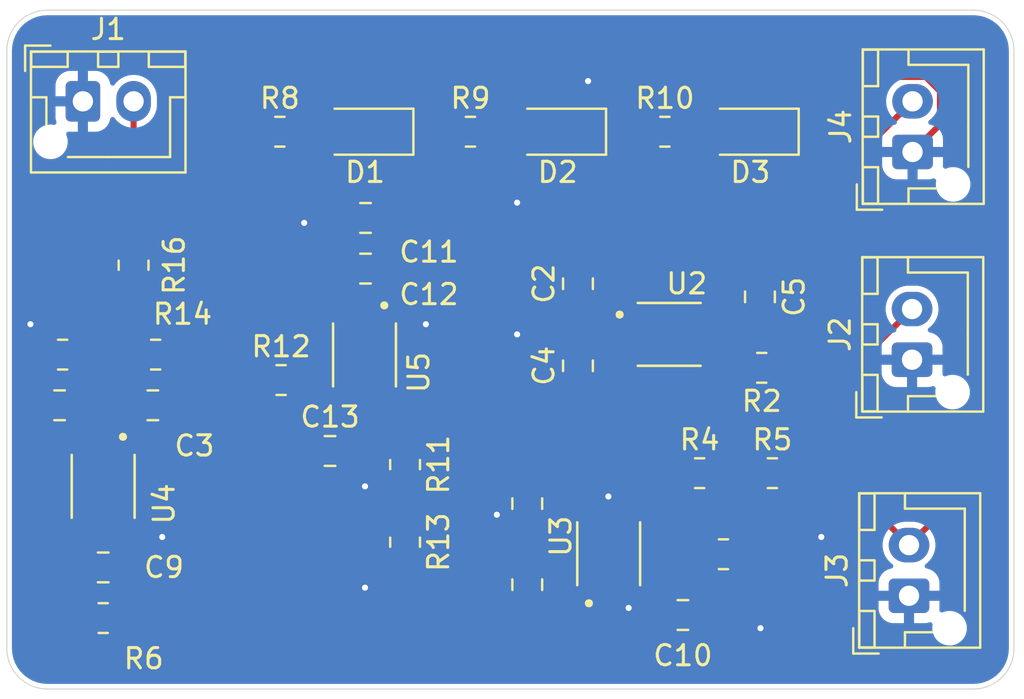
<source format=kicad_pcb>
(kicad_pcb (version 20241229) (generator "pcbnew") (generator_version "9.0")
  (layers (0 "F.Cu" mixed) (2 "B.Cu" mixed) (13 "F.Paste" user) (15 "B.Paste" user) (5 "F.SilkS" user "F.Silkscreen") (7 "B.SilkS" user "B.Silkscreen") (1 "F.Mask" user) (3 "B.Mask" user) (25 "Edge.Cuts" user))
  (net 0 "")
  (net 1 "GND")
  (net 2 "/INP")
  (net 3 "/inp")
  (net 4 "Net-(U2-TIMEOUT)")
  (net 5 "/5v")
  (net 6 "Net-(U3-TIMEOUT)")
  (net 7 "/1.8v")
  (net 8 "Net-(U4-TIMEOUT)")
  (net 9 "/3.3v")
  (net 10 "Net-(D1-A)")
  (net 11 "Net-(D2-A)")
  (net 12 "Net-(D3-A)")
  (net 13 "Net-(U2-~{RST})")
  (net 14 "Net-(U3-~{RST})")
  (net 15 "Net-(U3-SET0V)")
  (net 16 "Net-(U4-~{RST})")
  (net 17 "Net-(U4-ENABLE)")
  (net 18 "Net-(U5-TIMEOUT)")
  (net 19 "Net-(U5-SET0V)")
  (net 20 "Net-(U5-~{RST})")
  (net 21 "Vsense")
  (footprint "Resistor_SMD:R_0805_2012Metric" (layer "F.Cu") (at 108.0625 120.15 180)
    (property "Reference" "R2" (at 0 -1.65 0) (layer "F.SilkS"))
    (property "Value" "10k")
    (pad "1" smd roundrect (at -0.9125 0 180) (size 1.025 1.4) (layers "F.Cu" "F.Mask" "F.Paste") (roundrect_rratio 0.243902) (net 9 "/3.3v"))
    (pad "2" smd roundrect (at 0.9125 0 180) (size 1.025 1.4) (layers "F.Cu" "F.Mask" "F.Paste") (roundrect_rratio 0.243902) (net 13 "Net-(U2-~{RST})"))
  )
  (footprint "LED_SMD:LED_1206_3216Metric" (layer "F.Cu") (at 98.1 108.5 180)
    (property "Reference" "D2" (at 0.1 -2 0) (layer "F.SilkS"))
    (property "Value" "LED")
    (pad "1" smd roundrect (at -1.4 0 180) (size 1.25 1.75) (layers "F.Cu" "F.Mask" "F.Paste") (roundrect_rratio 0.2) (net 1 "GND"))
    (pad "2" smd roundrect (at 1.4 0 180) (size 1.25 1.75) (layers "F.Cu" "F.Mask" "F.Paste") (roundrect_rratio 0.2) (net 11 "Net-(D2-A)"))
  )
  (footprint "Resistor_SMD:R_0805_2012Metric" (layer "F.Cu") (at 84.3625 120.755)
    (property "Reference" "R12" (at 0 -1.65 0) (layer "F.SilkS"))
    (property "Value" "10k")
    (pad "1" smd roundrect (at -0.9125 0) (size 1.025 1.4) (layers "F.Cu" "F.Mask" "F.Paste") (roundrect_rratio 0.243902) (net 3 "/inp"))
    (pad "2" smd roundrect (at 0.9125 0) (size 1.025 1.4) (layers "F.Cu" "F.Mask" "F.Paste") (roundrect_rratio 0.243902) (net 20 "Net-(U5-~{RST})"))
  )
  (footprint "Capacitor_SMD:C_0805_2012Metric" (layer "F.Cu") (at 99 116 90)
    (property "Reference" "C2" (at 0 -1.68 90) (layer "F.SilkS"))
    (property "Value" "1uF")
    (pad "1" smd roundrect (at -0.95 0 90) (size 1 1.45) (layers "F.Cu" "F.Mask" "F.Paste") (net 3 "/inp"))
    (pad "2" smd roundrect (at 0.95 0 90) (size 1 1.45) (layers "F.Cu" "F.Mask" "F.Paste") (net 1 "GND"))
  )
  (footprint "Capacitor_SMD:C_0805_2012Metric" (layer "F.Cu") (at 99 120.05 90)
    (property "Reference" "C4" (at 0 -1.68 90) (layer "F.SilkS"))
    (property "Value" "1nF")
    (pad "1" smd roundrect (at -0.95 0 90) (size 1 1.45) (layers "F.Cu" "F.Mask" "F.Paste") (net 4 "Net-(U2-TIMEOUT)"))
    (pad "2" smd roundrect (at 0.95 0 90) (size 1 1.45) (layers "F.Cu" "F.Mask" "F.Paste") (net 1 "GND"))
  )
  (footprint "Resistor_SMD:R_0805_2012Metric" (layer "F.Cu") (at 90.475 128.755 -90)
    (property "Reference" "R13" (at 0 -1.65 90) (layer "F.SilkS"))
    (property "Value" "10k")
    (pad "1" smd roundrect (at -0.9125 0 270) (size 1.025 1.4) (layers "F.Cu" "F.Mask" "F.Paste") (roundrect_rratio 0.243902) (net 19 "Net-(U5-SET0V)"))
    (pad "2" smd roundrect (at 0.9125 0 270) (size 1.025 1.4) (layers "F.Cu" "F.Mask" "F.Paste") (roundrect_rratio 0.243902) (net 1 "GND"))
  )
  (footprint "Capacitor_SMD:C_0805_2012Metric" (layer "F.Cu") (at 75.5875 130)
    (property "Reference" "C9" (at 3 0 0) (layer "F.SilkS"))
    (property "Value" "4.7uF")
    (pad "1" smd roundrect (at -0.95 0) (size 1 1.45) (layers "F.Cu" "F.Mask" "F.Paste") (net 5 "/5v"))
    (pad "2" smd roundrect (at 0.95 0) (size 1 1.45) (layers "F.Cu" "F.Mask" "F.Paste") (net 1 "GND"))
  )
  (footprint "Resistor_SMD:R_0805_2012Metric" (layer "F.Cu") (at 78.175 119.5 180)
    (property "Reference" "R14" (at -1.325 2 0) (layer "F.SilkS"))
    (property "Value" "50k")
    (pad "1" smd roundrect (at -0.9125 0 180) (size 1.025 1.4) (layers "F.Cu" "F.Mask" "F.Paste") (roundrect_rratio 0.243902) (net 17 "Net-(U4-ENABLE)"))
    (pad "2" smd roundrect (at 0.9125 0 180) (size 1.025 1.4) (layers "F.Cu" "F.Mask" "F.Paste") (roundrect_rratio 0.243902) (net 21 "Vsense"))
  )
  (footprint "Capacitor_SMD:C_0805_2012Metric" (layer "F.Cu") (at 88.525 115.255 180)
    (property "Reference" "C12" (at -3.125 -1.275 0) (layer "F.SilkS"))
    (property "Value" "1nF")
    (pad "1" smd roundrect (at -0.95 0 180) (size 1 1.45) (layers "F.Cu" "F.Mask" "F.Paste") (net 18 "Net-(U5-TIMEOUT)"))
    (pad "2" smd roundrect (at 0.95 0 180) (size 1 1.45) (layers "F.Cu" "F.Mask" "F.Paste") (net 1 "GND"))
  )
  (footprint "Capacitor_SMD:C_0805_2012Metric" (layer "F.Cu") (at 96.5 126.85 90)
    (property "Reference" "C7" (hide yes))
    (property "Value" "4.7uF")
    (pad "1" smd roundrect (at -0.95 0 90) (size 1 1.45) (layers "F.Cu" "F.Mask" "F.Paste") (net 7 "/1.8v"))
    (pad "2" smd roundrect (at 0.95 0 90) (size 1 1.45) (layers "F.Cu" "F.Mask" "F.Paste") (net 1 "GND"))
  )
  (footprint "Resistor_SMD:R_0805_2012Metric" (layer "F.Cu") (at 75.5875 132.5 180)
    (property "Reference" "R6" (at -2 -2 0) (layer "F.SilkS"))
    (property "Value" "10k")
    (pad "1" smd roundrect (at -0.9125 0 180) (size 1.025 1.4) (layers "F.Cu" "F.Mask" "F.Paste") (roundrect_rratio 0.243902) (net 5 "/5v"))
    (pad "2" smd roundrect (at 0.9125 0 180) (size 1.025 1.4) (layers "F.Cu" "F.Mask" "F.Paste") (roundrect_rratio 0.243902) (net 16 "Net-(U4-~{RST})"))
  )
  (footprint "Capacitor_SMD:C_0805_2012Metric" (layer "F.Cu") (at 86.775 124.255)
    (property "Reference" "C13" (at 0 -1.68 0) (layer "F.SilkS"))
    (property "Value" "4.7uF")
    (pad "1" smd roundrect (at -0.95 0) (size 1 1.45) (layers "F.Cu" "F.Mask" "F.Paste") (net 3 "/inp"))
    (pad "2" smd roundrect (at 0.95 0) (size 1 1.45) (layers "F.Cu" "F.Mask" "F.Paste") (net 1 "GND"))
  )
  (footprint "Connector_JST:JST_XH_B2B-XH-AM_1x02_P2.50mm_Vertical" (layer "F.Cu") (at 115.475 119.75 90)
    (property "Reference" "J2" (at 1.25 -3.55 90) (layer "F.SilkS"))
    (property "Value" "3.3v")
    (pad "" np_thru_hole circle (at -1.6 2 90) (size 1.2 1.2) (drill 1.2) (layers "*.Cu" "*.Mask"))
    (pad "1" thru_hole roundrect (at 0 0 90) (size 1.7 2) (drill 1) (layers "*.Cu" "*.Mask") (roundrect_rratio 0.147059) (net 1 "GND"))
    (pad "2" thru_hole oval (at 2.5 0 90) (size 1.7 2) (drill 1) (layers "*.Cu" "*.Mask") (net 9 "/3.3v"))
  )
  (footprint "Resistor_SMD:R_0805_2012Metric" (layer "F.Cu") (at 73.5875 119.5 180)
    (property "Reference" "R15" (hide yes))
    (property "Value" "50k")
    (pad "1" smd roundrect (at -0.9125 0 180) (size 1.025 1.4) (layers "F.Cu" "F.Mask" "F.Paste") (roundrect_rratio 0.243902) (net 21 "Vsense"))
    (pad "2" smd roundrect (at 0.9125 0 180) (size 1.025 1.4) (layers "F.Cu" "F.Mask" "F.Paste") (roundrect_rratio 0.243902) (net 1 "GND"))
  )
  (footprint "Connector_JST:JST_XH_B2B-XH-AM_1x02_P2.50mm_Vertical" (layer "F.Cu") (at 74.5875 107)
    (property "Reference" "J1" (at 1.25 -3.55 0) (layer "F.SilkS"))
    (property "Value" "INPUT")
    (pad "" np_thru_hole circle (at -1.6 2) (size 1.2 1.2) (drill 1.2) (layers "*.Cu" "*.Mask"))
    (pad "1" thru_hole roundrect (at 0 0) (size 1.7 2) (drill 1) (layers "*.Cu" "*.Mask") (roundrect_rratio 0.147059) (net 1 "GND"))
    (pad "2" thru_hole oval (at 2.5 0) (size 1.7 2) (drill 1) (layers "*.Cu" "*.Mask") (net 2 "/INP"))
  )
  (footprint "Capacitor_SMD:C_0805_2012Metric" (layer "F.Cu") (at 96.5 130.85 90)
    (property "Reference" "C6" (hide yes))
    (property "Value" "1nF")
    (pad "1" smd roundrect (at -0.95 0 90) (size 1 1.45) (layers "F.Cu" "F.Mask" "F.Paste") (net 6 "Net-(U3-TIMEOUT)"))
    (pad "2" smd roundrect (at 0.95 0 90) (size 1 1.45) (layers "F.Cu" "F.Mask" "F.Paste") (net 1 "GND"))
  )
  (footprint "maxy:SON65P300X300X80-9N" (layer "F.Cu") (at 75.5875 126 -90)
    (property "Reference" "U4" (at 0.865 -3 90) (layer "F.SilkS"))
    (property "Value" "MAX16910")
    (pad "1" smd roundrect (at -1.485 -0.975 270) (size 0.76 0.32) (layers "F.Cu" "F.Mask" "F.Paste") (roundrect_rratio 0.125) (net 17 "Net-(U4-ENABLE)"))
    (pad "2" smd roundrect (at -1.485 -0.325 270) (size 0.76 0.32) (layers "F.Cu" "F.Mask" "F.Paste") (roundrect_rratio 0.125) (net 17 "Net-(U4-ENABLE)"))
    (pad "3" smd roundrect (at -1.485 0.325 270) (size 0.76 0.32) (layers "F.Cu" "F.Mask" "F.Paste") (roundrect_rratio 0.125) (net 1 "GND"))
    (pad "4" smd roundrect (at -1.485 0.975 270) (size 0.76 0.32) (layers "F.Cu" "F.Mask" "F.Paste") (roundrect_rratio 0.125) (net 16 "Net-(U4-~{RST})"))
    (pad "5" smd roundrect (at 1.485 0.975 270) (size 0.76 0.32) (layers "F.Cu" "F.Mask" "F.Paste") (roundrect_rratio 0.125) (net 8 "Net-(U4-TIMEOUT)"))
    (pad "6" smd roundrect (at 1.485 0.325 270) (size 0.76 0.32) (layers "F.Cu" "F.Mask" "F.Paste") (roundrect_rratio 0.125) (net 5 "/5v"))
    (pad "7" smd roundrect (at 1.485 -0.325 270) (size 0.76 0.32) (layers "F.Cu" "F.Mask" "F.Paste") (roundrect_rratio 0.125) (net 1 "GND"))
    (pad "8" smd roundrect (at 1.485 -0.975 270) (size 0.76 0.32) (layers "F.Cu" "F.Mask" "F.Paste") (roundrect_rratio 0.125) (net 5 "/5v"))
    (pad "9" smd rect (at 0 0 270) (size 1.5 2.3) (layers "F.Cu" "F.Mask") (net 1 "GND"))
  )
  (footprint "Capacitor_SMD:C_0805_2012Metric" (layer "F.Cu") (at 104.175 132.35)
    (property "Reference" "C10" (at 0 2 0) (layer "F.SilkS"))
    (property "Value" "1uF")
    (pad "1" smd roundrect (at -0.95 0) (size 1 1.45) (layers "F.Cu" "F.Mask" "F.Paste") (net 3 "/inp"))
    (pad "2" smd roundrect (at 0.95 0) (size 1 1.45) (layers "F.Cu" "F.Mask" "F.Paste") (net 1 "GND"))
  )
  (footprint "Resistor_SMD:R_0805_2012Metric" (layer "F.Cu") (at 105 125.35)
    (property "Reference" "R4" (at 0 -1.65 0) (layer "F.SilkS"))
    (property "Value" "4.3k")
    (pad "1" smd roundrect (at -0.9125 0) (size 1.025 1.4) (layers "F.Cu" "F.Mask" "F.Paste") (roundrect_rratio 0.243902) (net 7 "/1.8v"))
    (pad "2" smd roundrect (at 0.9125 0) (size 1.025 1.4) (layers "F.Cu" "F.Mask" "F.Paste") (roundrect_rratio 0.243902) (net 15 "Net-(U3-SET0V)"))
  )
  (footprint "Resistor_SMD:R_0805_2012Metric" (layer "F.Cu") (at 106.175 129.35 180)
    (property "Reference" "R3" (hide yes))
    (property "Value" "10k")
    (pad "1" smd roundrect (at -0.9125 0 180) (size 1.025 1.4) (layers "F.Cu" "F.Mask" "F.Paste") (roundrect_rratio 0.243902) (net 7 "/1.8v"))
    (pad "2" smd roundrect (at 0.9125 0 180) (size 1.025 1.4) (layers "F.Cu" "F.Mask" "F.Paste") (roundrect_rratio 0.243902) (net 14 "Net-(U3-~{RST})"))
  )
  (footprint "Resistor_SMD:R_0805_2012Metric" (layer "F.Cu") (at 103.2875 108.5)
    (property "Reference" "R10" (at 0 -1.65 0) (layer "F.SilkS"))
    (property "Value" "1k")
    (pad "1" smd roundrect (at -0.9125 0) (size 1.025 1.4) (layers "F.Cu" "F.Mask" "F.Paste") (roundrect_rratio 0.243902) (net 7 "/1.8v"))
    (pad "2" smd roundrect (at 0.9125 0) (size 1.025 1.4) (layers "F.Cu" "F.Mask" "F.Paste") (roundrect_rratio 0.243902) (net 12 "Net-(D3-A)"))
  )
  (footprint "maxy:SON65P300X300X80-9N" (layer "F.Cu") (at 100.515 129.325 90)
    (property "Reference" "U3" (at 0.865 -2.362 90) (layer "F.SilkS"))
    (property "Value" "MAX16910")
    (pad "1" smd roundrect (at -1.485 -0.975 90) (size 0.76 0.32) (layers "F.Cu" "F.Mask" "F.Paste") (roundrect_rratio 0.125) (net 3 "/inp"))
    (pad "2" smd roundrect (at -1.485 -0.325 90) (size 0.76 0.32) (layers "F.Cu" "F.Mask" "F.Paste") (roundrect_rratio 0.125) (net 3 "/inp"))
    (pad "3" smd roundrect (at -1.485 0.325 90) (size 0.76 0.32) (layers "F.Cu" "F.Mask" "F.Paste") (roundrect_rratio 0.125) (net 1 "GND"))
    (pad "4" smd roundrect (at -1.485 0.975 90) (size 0.76 0.32) (layers "F.Cu" "F.Mask" "F.Paste") (roundrect_rratio 0.125) (net 14 "Net-(U3-~{RST})"))
    (pad "5" smd roundrect (at 1.485 0.975 90) (size 0.76 0.32) (layers "F.Cu" "F.Mask" "F.Paste") (roundrect_rratio 0.125) (net 6 "Net-(U3-TIMEOUT)"))
    (pad "6" smd roundrect (at 1.485 0.325 90) (size 0.76 0.32) (layers "F.Cu" "F.Mask" "F.Paste") (roundrect_rratio 0.125) (net 15 "Net-(U3-SET0V)"))
    (pad "7" smd roundrect (at 1.485 -0.325 90) (size 0.76 0.32) (layers "F.Cu" "F.Mask" "F.Paste") (roundrect_rratio 0.125) (net 1 "GND"))
    (pad "8" smd roundrect (at 1.485 -0.975 90) (size 0.76 0.32) (layers "F.Cu" "F.Mask" "F.Paste") (roundrect_rratio 0.125) (net 7 "/1.8v"))
    (pad "9" smd rect (at 0 0 90) (size 1.5 2.3) (layers "F.Cu" "F.Mask") (net 1 "GND"))
  )
  (footprint "LED_SMD:LED_1206_3216Metric" (layer "F.Cu") (at 107.6 108.5 180)
    (property "Reference" "D3" (at 0.1 -2 0) (layer "F.SilkS"))
    (property "Value" "LED")
    (pad "1" smd roundrect (at -1.4 0 180) (size 1.25 1.75) (layers "F.Cu" "F.Mask" "F.Paste") (roundrect_rratio 0.2) (net 1 "GND"))
    (pad "2" smd roundrect (at 1.4 0 180) (size 1.25 1.75) (layers "F.Cu" "F.Mask" "F.Paste") (roundrect_rratio 0.2) (net 12 "Net-(D3-A)"))
  )
  (footprint "Resistor_SMD:R_0805_2012Metric" (layer "F.Cu") (at 84.3 108.5)
    (property "Reference" "R8" (at 0 -1.65 0) (layer "F.SilkS"))
    (property "Value" "1k")
    (pad "1" smd roundrect (at -0.9125 0) (size 1.025 1.4) (layers "F.Cu" "F.Mask" "F.Paste") (roundrect_rratio 0.243902) (net 5 "/5v"))
    (pad "2" smd roundrect (at 0.9125 0) (size 1.025 1.4) (layers "F.Cu" "F.Mask" "F.Paste") (roundrect_rratio 0.243902) (net 10 "Net-(D1-A)"))
  )
  (footprint "Resistor_SMD:R_0805_2012Metric" (layer "F.Cu") (at 93.7 108.5)
    (property "Reference" "R9" (at 0 -1.65 0) (layer "F.SilkS"))
    (property "Value" "1k")
    (pad "1" smd roundrect (at -0.9125 0) (size 1.025 1.4) (layers "F.Cu" "F.Mask" "F.Paste") (roundrect_rratio 0.243902) (net 9 "/3.3v"))
    (pad "2" smd roundrect (at 0.9125 0) (size 1.025 1.4) (layers "F.Cu" "F.Mask" "F.Paste") (roundrect_rratio 0.243902) (net 11 "Net-(D2-A)"))
  )
  (footprint "LED_SMD:LED_1206_3216Metric" (layer "F.Cu") (at 88.6 108.5 180)
    (property "Reference" "D1" (at 0.1 -2 0) (layer "F.SilkS"))
    (property "Value" "LED")
    (pad "1" smd roundrect (at -1.4 0 180) (size 1.25 1.75) (layers "F.Cu" "F.Mask" "F.Paste") (roundrect_rratio 0.2) (net 1 "GND"))
    (pad "2" smd roundrect (at 1.4 0 180) (size 1.25 1.75) (layers "F.Cu" "F.Mask" "F.Paste") (roundrect_rratio 0.2) (net 10 "Net-(D1-A)"))
  )
  (footprint "Resistor_SMD:R_0805_2012Metric" (layer "F.Cu") (at 90.475 124.9275 -90)
    (property "Reference" "R11" (at 0 -1.65 90) (layer "F.SilkS"))
    (property "Value" "22k")
    (pad "1" smd roundrect (at -0.9125 0 270) (size 1.025 1.4) (layers "F.Cu" "F.Mask" "F.Paste") (roundrect_rratio 0.243902) (net 3 "/inp"))
    (pad "2" smd roundrect (at 0.9125 0 270) (size 1.025 1.4) (layers "F.Cu" "F.Mask" "F.Paste") (roundrect_rratio 0.243902) (net 19 "Net-(U5-SET0V)"))
  )
  (footprint "Capacitor_SMD:C_0805_2012Metric" (layer "F.Cu") (at 73.4375 122)
    (property "Reference" "C8" (hide yes))
    (property "Value" "1nF")
    (pad "1" smd roundrect (at -0.95 0) (size 1 1.45) (layers "F.Cu" "F.Mask" "F.Paste") (net 8 "Net-(U4-TIMEOUT)"))
    (pad "2" smd roundrect (at 0.95 0) (size 1 1.45) (layers "F.Cu" "F.Mask" "F.Paste") (net 1 "GND"))
  )
  (footprint "Resistor_SMD:R_0805_2012Metric" (layer "F.Cu") (at 108.5875 125.35)
    (property "Reference" "R5" (at 0 -1.65 0) (layer "F.SilkS"))
    (property "Value" "10k")
    (pad "1" smd roundrect (at -0.9125 0) (size 1.025 1.4) (layers "F.Cu" "F.Mask" "F.Paste") (roundrect_rratio 0.243902) (net 15 "Net-(U3-SET0V)"))
    (pad "2" smd roundrect (at 0.9125 0) (size 1.025 1.4) (layers "F.Cu" "F.Mask" "F.Paste") (roundrect_rratio 0.243902) (net 1 "GND"))
  )
  (footprint "maxy:SON65P300X300X80-9N" (layer "F.Cu") (at 88.475 119.515 -90)
    (property "Reference" "U5" (at 0.865 -2.675 90) (layer "F.SilkS"))
    (property "Value" "MAX16910")
    (pad "1" smd roundrect (at -1.485 -0.975 270) (size 0.76 0.32) (layers "F.Cu" "F.Mask" "F.Paste") (roundrect_rratio 0.125) (net 5 "/5v"))
    (pad "2" smd roundrect (at -1.485 -0.325 270) (size 0.76 0.32) (layers "F.Cu" "F.Mask" "F.Paste") (roundrect_rratio 0.125) (net 5 "/5v"))
    (pad "3" smd roundrect (at -1.485 0.325 270) (size 0.76 0.32) (layers "F.Cu" "F.Mask" "F.Paste") (roundrect_rratio 0.125) (net 1 "GND"))
    (pad "4" smd roundrect (at -1.485 0.975 270) (size 0.76 0.32) (layers "F.Cu" "F.Mask" "F.Paste") (roundrect_rratio 0.125) (net 20 "Net-(U5-~{RST})"))
    (pad "5" smd roundrect (at 1.485 0.975 270) (size 0.76 0.32) (layers "F.Cu" "F.Mask" "F.Paste") (roundrect_rratio 0.125) (net 18 "Net-(U5-TIMEOUT)"))
    (pad "6" smd roundrect (at 1.485 0.325 270) (size 0.76 0.32) (layers "F.Cu" "F.Mask" "F.Paste") (roundrect_rratio 0.125) (net 19 "Net-(U5-SET0V)"))
    (pad "7" smd roundrect (at 1.485 -0.325 270) (size 0.76 0.32) (layers "F.Cu" "F.Mask" "F.Paste") (roundrect_rratio 0.125) (net 1 "GND"))
    (pad "8" smd roundrect (at 1.485 -0.975 270) (size 0.76 0.32) (layers "F.Cu" "F.Mask" "F.Paste") (roundrect_rratio 0.125) (net 3 "/inp"))
    (pad "9" smd rect (at 0 0 270) (size 1.5 2.3) (layers "F.Cu" "F.Mask") (net 1 "GND"))
  )
  (footprint "Resistor_SMD:R_0805_2012Metric" (layer "F.Cu") (at 77.0875 115.0875 -90)
    (property "Reference" "R16" (at 0 -2 90) (layer "F.SilkS"))
    (property "Value" "1")
    (pad "1" smd roundrect (at -0.9125 0 270) (size 1.025 1.4) (layers "F.Cu" "F.Mask" "F.Paste") (roundrect_rratio 0.243902) (net 2 "/INP"))
    (pad "2" smd roundrect (at 0.9125 0 270) (size 1.025 1.4) (layers "F.Cu" "F.Mask" "F.Paste") (roundrect_rratio 0.243902) (net 17 "Net-(U4-ENABLE)"))
  )
  (footprint "Capacitor_SMD:C_0805_2012Metric" (layer "F.Cu") (at 88.525 112.755 180)
    (property "Reference" "C11" (at -3.125 -1.68 0) (layer "F.SilkS"))
    (property "Value" "1uF")
    (pad "1" smd roundrect (at -0.95 0 180) (size 1 1.45) (layers "F.Cu" "F.Mask" "F.Paste") (net 5 "/5v"))
    (pad "2" smd roundrect (at 0.95 0 180) (size 1 1.45) (layers "F.Cu" "F.Mask" "F.Paste") (net 1 "GND"))
  )
  (footprint "maxy:SON65P300X300X80-9N" (layer "F.Cu") (at 103.5 118.5)
    (property "Reference" "U2" (at 0.865 -2.5 0) (layer "F.SilkS"))
    (property "Value" "MAX16910")
    (pad "1" smd roundrect (at -1.485 -0.975) (size 0.76 0.32) (layers "F.Cu" "F.Mask" "F.Paste") (roundrect_rratio 0.125) (net 3 "/inp"))
    (pad "2" smd roundrect (at -1.485 -0.325) (size 0.76 0.32) (layers "F.Cu" "F.Mask" "F.Paste") (roundrect_rratio 0.125) (net 3 "/inp"))
    (pad "3" smd roundrect (at -1.485 0.325) (size 0.76 0.32) (layers "F.Cu" "F.Mask" "F.Paste") (roundrect_rratio 0.125) (net 1 "GND"))
    (pad "4" smd roundrect (at -1.485 0.975) (size 0.76 0.32) (layers "F.Cu" "F.Mask" "F.Paste") (roundrect_rratio 0.125) (net 13 "Net-(U2-~{RST})"))
    (pad "5" smd roundrect (at 1.485 0.975) (size 0.76 0.32) (layers "F.Cu" "F.Mask" "F.Paste") (roundrect_rratio 0.125) (net 4 "Net-(U2-TIMEOUT)"))
    (pad "6" smd roundrect (at 1.485 0.325) (size 0.76 0.32) (layers "F.Cu" "F.Mask" "F.Paste") (roundrect_rratio 0.125) (net 1 "GND"))
    (pad "7" smd roundrect (at 1.485 -0.325) (size 0.76 0.32) (layers "F.Cu" "F.Mask" "F.Paste") (roundrect_rratio 0.125) (net 1 "GND"))
    (pad "8" smd roundrect (at 1.485 -0.975) (size 0.76 0.32) (layers "F.Cu" "F.Mask" "F.Paste") (roundrect_rratio 0.125) (net 9 "/3.3v"))
    (pad "9" smd rect (at 0 0) (size 1.5 2.3) (layers "F.Cu" "F.Mask") (net 1 "GND"))
  )
  (footprint "Connector_JST:JST_XH_B2B-XH-AM_1x02_P2.50mm_Vertical" (layer "F.Cu") (at 115.325 131.4 90)
    (property "Reference" "J3" (at 1.25 -3.55 90) (layer "F.SilkS"))
    (property "Value" "1.8v")
    (pad "" np_thru_hole circle (at -1.6 2 90) (size 1.2 1.2) (drill 1.2) (layers "*.Cu" "*.Mask"))
    (pad "1" thru_hole roundrect (at 0 0 90) (size 1.7 2) (drill 1) (layers "*.Cu" "*.Mask") (roundrect_rratio 0.147059) (net 1 "GND"))
    (pad "2" thru_hole oval (at 2.5 0 90) (size 1.7 2) (drill 1) (layers "*.Cu" "*.Mask") (net 7 "/1.8v"))
  )
  (footprint "Capacitor_SMD:C_0805_2012Metric" (layer "F.Cu") (at 107.975 116.65 -90)
    (property "Reference" "C5" (at 0 -1.68 90) (layer "F.SilkS"))
    (property "Value" "4.7uF")
    (pad "1" smd roundrect (at -0.95 0 270) (size 1 1.45) (layers "F.Cu" "F.Mask" "F.Paste") (net 9 "/3.3v"))
    (pad "2" smd roundrect (at 0.95 0 270) (size 1 1.45) (layers "F.Cu" "F.Mask" "F.Paste") (net 1 "GND"))
  )
  (footprint "Capacitor_SMD:C_0805_2012Metric" (layer "F.Cu") (at 78.0375 122 180)
    (property "Reference" "C3" (at -2.05 -2 0) (layer "F.SilkS"))
    (property "Value" "1.1uF")
    (pad "1" smd roundrect (at -0.95 0 180) (size 1 1.45) (layers "F.Cu" "F.Mask" "F.Paste") (net 17 "Net-(U4-ENABLE)"))
    (pad "2" smd roundrect (at 0.95 0 180) (size 1 1.45) (layers "F.Cu" "F.Mask" "F.Paste") (net 1 "GND"))
  )
  (footprint "Connector_JST:JST_XH_B2B-XH-AM_1x02_P2.50mm_Vertical" (layer "F.Cu") (at 115.5 109.5 90)
    (property "Reference" "J4" (at 1.25 -3.55 90) (layer "F.SilkS"))
    (property "Value" "5v")
    (pad "" np_thru_hole circle (at -1.6 2 90) (size 1.2 1.2) (drill 1.2) (layers "*.Cu" "*.Mask"))
    (pad "1" thru_hole roundrect (at 0 0 90) (size 1.7 2) (drill 1) (layers "*.Cu" "*.Mask") (roundrect_rratio 0.147059) (net 1 "GND"))
    (pad "2" thru_hole oval (at 2.5 0 90) (size 1.7 2) (drill 1) (layers "*.Cu" "*.Mask") (net 5 "/5v"))
  )
  (gr_arc (start 118.5 102.5) (mid 119.914214 103.085786) (end 120.5 104.5) (stroke (width 0.05)) (layer "Edge.Cuts"))
  (gr_arc (start 120.5 134) (mid 119.914214 135.414214) (end 118.5 136) (stroke (width 0.05)) (layer "Edge.Cuts"))
  (gr_arc (start 70.8375 104.5) (mid 71.423286 103.085786) (end 72.8375 102.5) (stroke (width 0.05)) (layer "Edge.Cuts"))
  (gr_line (start 120.5 104.5) (end 120.5 134) (stroke (width 0.05)) (layer "Edge.Cuts"))
  (gr_line (start 72.8375 102.5) (end 118.5 102.5) (stroke (width 0.05)) (layer "Edge.Cuts"))
  (gr_line (start 70.8375 134) (end 70.8375 104.5) (stroke (width 0.05)) (layer "Edge.Cuts"))
  (gr_line (start 118.5 136) (end 72.8375 136) (stroke (width 0.05)) (layer "Edge.Cuts"))
  (gr_arc (start 72.8375 136) (mid 71.423286 135.414214) (end 70.8375 134) (stroke (width 0.05)) (layer "Edge.Cuts"))
  (segment (start 93.5 112) (end 96 112) (width 0.3) (layer "F.Cu") (net 1))
  (segment (start 105.125 132.35) (end 105.775 133) (width 0.3) (layer "F.Cu") (net 1))
  (segment (start 96.5 129.9) (end 96 129.9) (width 0.3) (layer "F.Cu") (net 1))
  (segment (start 87.725 124.255) (end 87.725 125.225) (width 0.3) (layer "F.Cu") (net 1))
  (segment (start 109 108.5) (end 111.701 105.799) (width 0.3) (layer "F.Cu") (net 1))
  (segment (start 96.5 129.9) (end 95.9 129.9) (width 0.3) (layer "F.Cu") (net 1))
  (segment (start 91.5 118) (end 89.985 119.515) (width 0.3) (layer "F.Cu") (net 1))
  (segment (start 72.675 119.5) (end 74.3875 121.2125) (width 0.3) (layer "F.Cu") (net 1))
  (segment (start 75.9125 126.325) (end 75.9125 127.485) (width 0.3) (layer "F.Cu") (net 1))
  (segment (start 100.515 129.325) (end 100.84 129.65) (width 0.3) (layer "F.Cu") (net 1))
  (segment (start 72.675 118.675) (end 72 118) (width 0.3) (layer "F.Cu") (net 1))
  (segment (start 100.84 130.81) (end 100.84 131.34) (width 0.3) (layer "F.Cu") (net 1))
  (segment (start 100.19 127.84) (end 100.19 126.81) (width 0.3) (layer "F.Cu") (net 1))
  (segment (start 116.14747 105.799) (end 116.851 106.50253) (width 0.3) (layer "F.Cu") (net 1))
  (segment (start 77.0875 122) (end 76.2125 122.875) (width 0.3) (layer "F.Cu") (net 1))
  (segment (start 74.3875 121.2125) (end 74.3875 122) (width 0.3) (layer "F.Cu") (net 1))
  (segment (start 103.825 118.175) (end 103.5 118.5) (width 0.3) (layer "F.Cu") (net 1))
  (segment (start 76.2125 122.875) (end 75.2625 122.875) (width 0.3) (layer "F.Cu") (net 1))
  (segment (start 96.5 125.9) (end 95 127.4) (width 0.3) (layer "F.Cu") (net 1))
  (segment (start 87.575 112.755) (end 87.575 115.255) (width 0.3) (layer "F.Cu") (net 1))
  (segment (start 89.985 119.515) (end 88.475 119.515) (width 0.3) (layer "F.Cu") (net 1))
  (segment (start 99.275 118.825) (end 102.015 118.825) (width 0.3) (layer "F.Cu") (net 1))
  (segment (start 96.5 129.9) (end 95 128.4) (width 0.3) (layer "F.Cu") (net 1))
  (segment (start 99.5 108.5) (end 99.5 106) (width 0.3) (layer "F.Cu") (net 1))
  (segment (start 85.745 112.755) (end 85.5 113) (width 0.3) (layer "F.Cu") (net 1))
  (segment (start 96.5 129.9) (end 96.611 129.789) (width 0.3) (layer "F.Cu") (net 1))
  (segment (start 116.851 106.50253) (end 116.851 108.149) (width 0.3) (layer "F.Cu") (net 1))
  (segment (start 89.8325 129.6675) (end 88.5 131) (width 0.3) (layer "F.Cu") (net 1))
  (segment (start 103.175 118.825) (end 103.5 118.5) (width 0.3) (layer "F.Cu") (net 1))
  (segment (start 96 112.05) (end 99 115.05) (width 0.3) (layer "F.Cu") (net 1))
  (segment (start 100.84 131.34) (end 101.5 132) (width 0.3) (layer "F.Cu") (net 1))
  (segment (start 99 119.1) (end 99.275 118.825) (width 0.3) (layer "F.Cu") (net 1))
  (segment (start 78.0375 128.5) (end 76.5375 130) (width 0.3) (layer "F.Cu") (net 1))
  (segment (start 90.475 129.6675) (end 89.8325 129.6675) (width 0.3) (layer "F.Cu") (net 1))
  (segment (start 75.5875 126) (end 75.9125 126.325) (width 0.3) (layer "F.Cu") (net 1))
  (segment (start 105.775 133) (end 108 133) (width 0.3) (layer "F.Cu") (net 1))
  (segment (start 90 108.5) (end 93.5 112) (width 0.3) (layer "F.Cu") (net 1))
  (segment (start 116.851 108.149) (end 115.5 109.5) (width 0.3) (layer "F.Cu") (net 1))
  (segment (start 87.725 125.225) (end 88.5 126) (width 0.3) (layer "F.Cu") (net 1))
  (segment (start 104.985 118.175) (end 107.4 118.175) (width 0.3) (layer "F.Cu") (net 1))
  (segment (start 109.5 125.35) (end 109.5 127) (width 0.3) (layer "F.Cu") (net 1))
  (segment (start 72.675 119.5) (end 72.675 118.675) (width 0.3) (layer "F.Cu") (net 1))
  (segment (start 111.701 105.799) (end 116.14747 105.799) (width 0.3) (layer "F.Cu") (net 1))
  (segment (start 88.15 118.03) (end 88.15 119.19) (width 0.3) (layer "F.Cu") (net 1))
  (segment (start 95 128.4) (end 95 127.4) (width 0.3) (layer "F.Cu") (net 1))
  (segment (start 75.2625 122.875) (end 75.2625 124.515) (width 0.3) (layer "F.Cu") (net 1))
  (segment (start 88.475 119.515) (end 88.8 119.84) (width 0.3) (layer "F.Cu") (net 1))
  (segment (start 104.985 118.175) (end 104.985 118.825) (width 0.3) (layer "F.Cu") (net 1))
  (segment (start 78.5 128.5) (end 78.0375 128.5) (width 0.3) (layer "F.Cu") (net 1))
  (segment (start 109.5 127) (end 111 128.5) (width 0.3) (layer "F.Cu") (net 1))
  (segment (start 88.8 119.84) (end 88.8 121) (width 0.3) (layer "F.Cu") (net 1))
  (segment (start 100.84 129.65) (end 100.84 130.81) (width 0.3) (layer "F.Cu") (net 1))
  (segment (start 107.4 118.175) (end 107.975 117.6) (width 0.3) (layer "F.Cu") (net 1))
  (segment (start 74.3875 122) (end 75.2625 122.875) (width 0.3) (layer "F.Cu") (net 1))
  (segment (start 102.015 118.825) (end 103.175 118.825) (width 0.3) (layer "F.Cu") (net 1))
  (segment (start 75.2625 125.675) (end 75.5875 126) (width 0.3) (layer "F.Cu") (net 1))
  (segment (start 96.6 119.1) (end 96 118.5) (width 0.3) (layer "F.Cu") (net 1))
  (segment (start 75.2625 124.515) (end 75.2625 125.675) (width 0.3) (layer "F.Cu") (net 1))
  (segment (start 96 112) (end 96 112.05) (width 0.3) (layer "F.Cu") (net 1))
  (segment (start 104.985 118.175) (end 103.825 118.175) (width 0.3) (layer "F.Cu") (net 1))
  (segment (start 99 119.1) (end 96.6 119.1) (width 0.3) (layer "F.Cu") (net 1))
  (segment (start 87.575 112.755) (end 85.745 112.755) (width 0.3) (layer "F.Cu") (net 1))
  (segment (start 100.19 126.81) (end 100.5 126.5) (width 0.3) (layer "F.Cu") (net 1))
  (segment (start 88.15 119.19) (end 88.475 119.515) (width 0.3) (layer "F.Cu") (net 1))
  (segment (start 88.8 120.62) (end 88.8 121) (width 0.3) (layer "F.Cu") (net 1))
  (via (at 72 118) (size 0.6) (drill 0.3) (layers "F.Cu" "B.Cu") (net 1))
  (via (at 95 127.4) (size 0.6) (drill 0.3) (layers "F.Cu" "B.Cu") (net 1))
  (via (at 96 112) (size 0.6) (drill 0.3) (layers "F.Cu" "B.Cu") (net 1))
  (via (at 100.5 126.5) (size 0.6) (drill 0.3) (layers "F.Cu" "B.Cu") (net 1))
  (via (at 78.5 128.5) (size 0.6) (drill 0.3) (layers "F.Cu" "B.Cu") (net 1))
  (via (at 88.5 126) (size 0.6) (drill 0.3) (layers "F.Cu" "B.Cu") (net 1))
  (via (at 101.5 132) (size 0.6) (drill 0.3) (layers "F.Cu" "B.Cu") (net 1))
  (via (at 91.5 118) (size 0.6) (drill 0.3) (layers "F.Cu" "B.Cu") (net 1))
  (via (at 111 128.5) (size 0.6) (drill 0.3) (layers "F.Cu" "B.Cu") (net 1))
  (via (at 88.5 131) (size 0.6) (drill 0.3) (layers "F.Cu" "B.Cu") (net 1))
  (via (at 96 118.5) (size 0.6) (drill 0.3) (layers "F.Cu" "B.Cu") (net 1))
  (via (at 85.5 113) (size 0.6) (drill 0.3) (layers "F.Cu" "B.Cu") (net 1))
  (via (at 108 133) (size 0.6) (drill 0.3) (layers "F.Cu" "B.Cu") (net 1))
  (via (at 99.5 106) (size 0.6) (drill 0.3) (layers "F.Cu" "B.Cu") (net 1))
  (segment (start 77.0875 107) (end 77.0875 114.175) (width 0.3) (layer "F.Cu") (net 2))
  (segment (start 89.45 121) (end 89.45 122.99) (width 0.3) (layer "F.Cu") (net 3))
  (segment (start 89.45 121) (end 89.5 121) (width 0.3) (layer "F.Cu") (net 3))
  (segment (start 91.526 128.36087) (end 91.526 125.066) (width 0.3) (layer "F.Cu") (net 3))
  (segment (start 85.825 124.255) (end 85.825 124.76187) (width 0.3) (layer "F.Cu") (net 3))
  (segment (start 93.55 116.95) (end 99 116.95) (width 0.3) (layer "F.Cu") (net 3))
  (segment (start 85.825 124.76187) (end 89.76913 128.706) (width 0.3) (layer "F.Cu") (net 3))
  (segment (start 83.45 121.88) (end 85.825 124.255) (width 0.3) (layer "F.Cu") (net 3))
  (segment (start 89.76913 128.706) (end 91.18087 128.706) (width 0.3) (layer "F.Cu") (net 3))
  (segment (start 94.19 130.81) (end 99.54 130.81) (width 0.3) (layer "F.Cu") (net 3))
  (segment (start 89.45 122.99) (end 90.475 124.015) (width 0.3) (layer "F.Cu") (net 3))
  (segment (start 91.526 128.36087) (end 92.16513 129) (width 0.3) (layer "F.Cu") (net 3))
  (segment (start 99 116.95) (end 99.45 116.95) (width 0.3) (layer "F.Cu") (net 3))
  (segment (start 92.5 132.5) (end 94.19 130.81) (width 0.3) (layer "F.Cu") (net 3))
  (segment (start 92.16513 132.16513) (end 92.5 132.5) (width 0.3) (layer "F.Cu") (net 3))
  (segment (start 100.025 117.525) (end 102.015 117.525) (width 0.3) (layer "F.Cu") (net 3))
  (segment (start 91.18087 128.706) (end 91.526 128.36087) (width 0.3) (layer "F.Cu") (net 3))
  (segment (start 92.5 132.5) (end 94.5 134.5) (width 0.3) (layer "F.Cu") (net 3))
  (segment (start 92.16513 129) (end 92.16513 132.16513) (width 0.3) (layer "F.Cu") (net 3))
  (segment (start 99.45 116.95) (end 100.025 117.525) (width 0.3) (layer "F.Cu") (net 3))
  (segment (start 83.45 120.755) (end 83.45 121.88) (width 0.3) (layer "F.Cu") (net 3))
  (segment (start 102.015 117.525) (end 102.015 118.175) (width 0.3) (layer "F.Cu") (net 3))
  (segment (start 91.526 125.066) (end 90.475 124.015) (width 0.3) (layer "F.Cu") (net 3))
  (segment (start 94.5 134.5) (end 101.075 134.5) (width 0.3) (layer "F.Cu") (net 3))
  (segment (start 100.19 130.81) (end 99.54 130.81) (width 0.3) (layer "F.Cu") (net 3))
  (segment (start 101.075 134.5) (end 103.225 132.35) (width 0.3) (layer "F.Cu") (net 3))
  (segment (start 89.5 121) (end 93.55 116.95) (width 0.3) (layer "F.Cu") (net 3))
  (segment (start 103.46 121) (end 104.985 119.475) (width 0.3) (layer "F.Cu") (net 4))
  (segment (start 99 121) (end 103.46 121) (width 0.3) (layer "F.Cu") (net 4))
  (segment (start 88.8 118.03) (end 89.45 118.03) (width 0.3) (layer "F.Cu") (net 5))
  (segment (start 76.5625 127.485) (end 82.5 121.5475) (width 0.3) (layer "F.Cu") (net 5))
  (segment (start 83.3875 108.5) (end 86.5665 111.679) (width 0.3) (layer "F.Cu") (net 5))
  (segment (start 101.5115 107.79413) (end 101.5115 109.20587) (width 0.3) (layer "F.Cu") (net 5))
  (segment (start 76 128.5) (end 76.5625 127.9375) (width 0.3) (layer "F.Cu") (net 5))
  (segment (start 105.80563 103.5) (end 101.5115 107.79413) (width 0.3) (layer "F.Cu") (net 5))
  (segment (start 90.326 112.826) (end 90.326 117.154) (width 0.3) (layer "F.Cu") (net 5))
  (segment (start 75.2625 128.5) (end 75.2625 129.375) (width 0.3) (layer "F.Cu") (net 5))
  (segment (start 88.399 111.679) (end 89.475 112.755) (width 0.3) (layer "F.Cu") (net 5))
  (segment (start 76.5 131.8625) (end 76.5 132.5) (width 0.5) (layer "F.Cu") (net 5))
  (segment (start 82.5 111.858) (end 82.679 111.679) (width 0.3) (layer "F.Cu") (net 5))
  (segment (start 82.5 121.5475) (end 82.5 111.858) (width 0.3) (layer "F.Cu") (net 5))
  (segment (start 90.326 117.154) (end 89.45 118.03) (width 0.3) (layer "F.Cu") (net 5))
  (segment (start 76.5625 127.9375) (end 76.5625 127.485) (width 0.3) (layer "F.Cu") (net 5))
  (segment (start 81 104.5) (end 82 103.5) (width 0.3) (layer "F.Cu") (net 5))
  (segment (start 101.5115 109.20587) (end 102.03163 109.726) (width 0.3) (layer "F.Cu") (net 5))
  (segment (start 89.475 112.755) (end 90.255 112.755) (width 0.3) (layer "F.Cu") (net 5))
  (segment (start 90.255 112.755) (end 90.326 112.826) (width 0.3) (layer "F.Cu") (net 5))
  (segment (start 112.774 109.726) (end 115.5 107) (width 0.3) (layer "F.Cu") (net 5))
  (segment (start 82.679 111.679) (end 81 110) (width 0.3) (layer "F.Cu") (net 5))
  (segment (start 75.2625 128.5) (end 76 128.5) (width 0.3) (layer "F.Cu") (net 5))
  (segment (start 75.2625 127.485) (end 75.2625 128.5) (width 0.3) (layer "F.Cu") (net 5))
  (segment (start 75.2625 129.375) (end 74.6375 130) (width 0.3) (layer "F.Cu") (net 5))
  (segment (start 81 110) (end 81 104.5) (width 0.3) (layer "F.Cu") (net 5))
  (segment (start 82 103.5) (end 105.80563 103.5) (width 0.3) (layer "F.Cu") (net 5))
  (segment (start 102.03163 109.726) (end 112.774 109.726) (width 0.3) (layer "F.Cu") (net 5))
  (segment (start 74.6375 130) (end 76.5 131.8625) (width 0.5) (layer "F.Cu") (net 5))
  (segment (start 86.5665 111.679) (end 88.399 111.679) (width 0.3) (layer "F.Cu") (net 5))
  (segment (start 86.5665 111.679) (end 82.679 111.679) (width 0.3) (layer "F.Cu") (net 5))
  (segment (start 96.5 131.8) (end 97.351 132.651) (width 0.3) (layer "F.Cu") (net 6))
  (segment (start 102.99313 131) (end 105.18187 131) (width 0.3) (layer "F.Cu") (net 6))
  (segment (start 102.374 131.61913) (end 102.99313 131) (width 0.3) (layer "F.Cu") (net 6))
  (segment (start 105.18187 131) (end 106.224 129.95787) (width 0.3) (layer "F.Cu") (net 6))
  (segment (start 106.224 129.95787) (end 106.224 128.224) (width 0.3) (layer "F.Cu") (net 6))
  (segment (start 102.374 132.046654) (end 102.374 131.61913) (width 0.3) (layer "F.Cu") (net 6))
  (segment (start 97.351 132.651) (end 101.769654 132.651) (width 0.3) (layer "F.Cu") (net 6))
  (segment (start 106 128) (end 101.65 128) (width 0.3) (layer "F.Cu") (net 6))
  (segment (start 101.769654 132.651) (end 102.374 132.046654) (width 0.3) (layer "F.Cu") (net 6))
  (segment (start 101.65 128) (end 101.49 127.84) (width 0.3) (layer "F.Cu") (net 6))
  (segment (start 106.224 128.224) (end 106 128) (width 0.3) (layer "F.Cu") (net 6))
  (segment (start 96.5 131.8) (end 95.775 131.8) (width 0.3) (layer "F.Cu") (net 6))
  (segment (start 106.4375 123) (end 104.0875 125.35) (width 0.3) (layer "F.Cu") (net 7))
  (segment (start 96.5 127.8) (end 96.5 128.3) (width 0.3) (layer "F.Cu") (net 7))
  (segment (start 106.83187 129.35) (end 107.0875 129.35) (width 0.3) (layer "F.Cu") (net 7))
  (segment (start 115.325 128.9) (end 120 124.225) (width 0.3) (layer "F.Cu") (net 7))
  (segment (start 120 124.225) (end 120 104) (width 0.3) (layer "F.Cu") (net 7))
  (segment (start 111.070654 129.35) (end 107.0875 129.35) (width 0.3) (layer "F.Cu") (net 7))
  (segment (start 111.5 125.799) (end 112.224 125.799) (width 0.3) (layer "F.Cu") (net 7))
  (segment (start 104.0875 125.35) (end 104.33187 125.35) (width 0.3) (layer "F.Cu") (net 7))
  (segment (start 111.651 125.95) (end 111.651 128.769654) (width 0.3) (layer "F.Cu") (net 7))
  (segment (start 98.801 125.499) (end 96.5 127.8) (width 0.3) (layer "F.Cu") (net 7))
  (segment (start 112.224 125.799) (end 115.325 128.9) (width 0.3) (layer "F.Cu") (net 7))
  (segment (start 111.5 125.799) (end 111.6005 125.8995) (width 0.3) (layer "F.Cu") (net 7))
  (segment (start 111 123) (end 106.4375 123) (width 0.3) (layer "F.Cu") (net 7))
  (segment (start 111.6005 125.8995) (end 111.651 125.95) (width 0.3) (layer "F.Cu") (net 7))
  (segment (start 98.801 125.499) (end 99.54 126.238) (width 0.3) (layer "F.Cu") (net 7))
  (segment (start 107.875 103) (end 102.375 108.5) (width 0.3) (layer "F.Cu") (net 7))
  (segment (start 111.6005 125.8995) (end 111 125.299) (width 0.3) (layer "F.Cu") (net 7))
  (segment (start 99.54 126.238) (end 99.54 127.84) (width 0.3) (layer "F.Cu") (net 7))
  (segment (start 119 103) (end 107.875 103) (width 0.3) (layer "F.Cu") (net 7))
  (segment (start 111 125.299) (end 111 123) (width 0.3) (layer "F.Cu") (net 7))
  (segment (start 98.95 125.35) (end 104.0875 125.35) (width 0.3) (layer "F.Cu") (net 7))
  (segment (start 120 104) (end 119 103) (width 0.3) (layer "F.Cu") (net 7))
  (segment (start 111.651 128.769654) (end 111.070654 129.35) (width 0.3) (layer "F.Cu") (net 7))
  (segment (start 98.801 125.499) (end 98.95 125.35) (width 0.3) (layer "F.Cu") (net 7))
  (segment (start 72.4875 122) (end 72.4875 125.36) (width 0.3) (layer "F.Cu") (net 8))
  (segment (start 72.4875 125.36) (end 74.6125 127.485) (width 0.3) (layer "F.Cu") (net 8))
  (segment (start 107.975 115.7) (end 109.051 116.776) (width 0.3) (layer "F.Cu") (net 9))
  (segment (start 108.975 120.15) (end 112.575 120.15) (width 0.3) (layer "F.Cu") (net 9))
  (segment (start 109.051 116.776) (end 109.051 120.074) (width 0.3) (layer "F.Cu") (net 9))
  (segment (start 112.575 120.15) (end 115.475 117.25) (width 0.3) (layer "F.Cu") (net 9))
  (segment (start 106.81 115.7) (end 104.985 117.525) (width 0.3) (layer "F.Cu") (net 9))
  (segment (start 107.975 115.7) (end 106.81 115.7) (width 0.3) (layer "F.Cu") (net 9))
  (segment (start 109.051 120.074) (end 108.975 120.15) (width 0.3) (layer "F.Cu") (net 9))
  (segment (start 97.186 109.726) (end 94.0135 109.726) (width 0.3) (layer "F.Cu") (net 9))
  (segment (start 94.0135 109.726) (end 92.7875 108.5) (width 0.3) (layer "F.Cu") (net 9))
  (segment (start 104.985 117.525) (end 97.186 109.726) (width 0.3) (layer "F.Cu") (net 9))
  (segment (start 85.2125 108.5) (end 87.2 108.5) (width 0.3) (layer "F.Cu") (net 10))
  (segment (start 94.6125 108.5) (end 96.7 108.5) (width 0.3) (layer "F.Cu") (net 11))
  (segment (start 104.2 108.5) (end 106.2 108.5) (width 0.3) (layer "F.Cu") (net 12))
  (segment (start 97.924 121.50587) (end 98.26913 121.851) (width 0.3) (layer "F.Cu") (net 13))
  (segment (start 98.26913 121.851) (end 105.449 121.851) (width 0.3) (layer "F.Cu") (net 13))
  (segment (start 102.015 119.475) (end 101.341 120.149) (width 0.3) (layer "F.Cu") (net 13))
  (segment (start 98.26913 120.149) (end 97.924 120.49413) (width 0.3) (layer "F.Cu") (net 13))
  (segment (start 105.449 121.851) (end 107.15 120.15) (width 0.3) (layer "F.Cu") (net 13))
  (segment (start 101.341 120.149) (end 98.26913 120.149) (width 0.3) (layer "F.Cu") (net 13))
  (segment (start 97.924 120.49413) (end 97.924 121.50587) (width 0.3) (layer "F.Cu") (net 13))
  (segment (start 102.95 129.35) (end 105.2625 129.35) (width 0.3) (layer "F.Cu") (net 14))
  (segment (start 101.49 130.81) (end 102.95 129.35) (width 0.3) (layer "F.Cu") (net 14))
  (segment (start 104.1535 127.109) (end 105.9125 125.35) (width 0.3) (layer "F.Cu") (net 15))
  (segment (start 100.84 127.84) (end 100.84 127.475932) (width 0.3) (layer "F.Cu") (net 15))
  (segment (start 107.675 125.35) (end 105.9125 125.35) (width 0.3) (layer "F.Cu") (net 15))
  (segment (start 101.206932 127.109) (end 104.1535 127.109) (width 0.3) (layer "F.Cu") (net 15))
  (segment (start 100.84 127.475932) (end 101.206932 127.109) (width 0.3) (layer "F.Cu") (net 15))
  (segment (start 74.6125 124.515) (end 73.3385 123.241) (width 0.3) (layer "F.Cu") (net 16))
  (segment (start 73.3385 121.26913) (end 72.99337 120.924) (width 0.3) (layer "F.Cu") (net 16))
  (segment (start 71.98163 120.924) (end 71.6365 121.26913) (width 0.3) (layer "F.Cu") (net 16))
  (segment (start 72.99337 120.924) (end 71.98163 120.924) (width 0.3) (layer "F.Cu") (net 16))
  (segment (start 71.6365 121.26913) (end 71.6365 129.4615) (width 0.3) (layer "F.Cu") (net 16))
  (segment (start 73.3385 123.241) (end 73.3385 121.26913) (width 0.3) (layer "F.Cu") (net 16))
  (segment (start 71.6365 129.4615) (end 74.675 132.5) (width 0.3) (layer "F.Cu") (net 16))
  (segment (start 79.0875 121.9) (end 78.9875 122) (width 0.3) (layer "F.Cu") (net 17))
  (segment (start 79.0875 119.5) (end 79.0875 121.9) (width 0.3) (layer "F.Cu") (net 17))
  (segment (start 78.9875 122.09) (end 78.9875 122) (width 0.3) (layer "F.Cu") (net 17))
  (segment (start 76.5625 124.515) (end 78.9875 122.09) (width 0.3) (layer "F.Cu") (net 17))
  (segment (start 77.0875 116) (end 77.0875 117.5) (width 0.3) (layer "F.Cu") (net 17))
  (segment (start 75.9125 124.515) (end 76.5625 124.515) (width 0.3) (layer "F.Cu") (net 17))
  (segment (start 77.0875 117.5) (end 79.0875 119.5) (width 0.3) (layer "F.Cu") (net 17))
  (segment (start 84.4115 120.04913) (end 89.20563 115.255) (width 0.3) (layer "F.Cu") (net 18))
  (segment (start 86.5 122) (end 84.95063 122) (width 0.3) (layer "F.Cu") (net 18))
  (segment (start 87.5 121) (end 86.5 122) (width 0.3) (layer "F.Cu") (net 18))
  (segment (start 89.20563 115.255) (end 89.475 115.255) (width 0.3) (layer "F.Cu") (net 18))
  (segment (start 84.4115 121.46087) (end 84.4115 120.04913) (width 0.3) (layer "F.Cu") (net 18))
  (segment (start 84.95063 122) (end 84.4115 121.46087) (width 0.3) (layer "F.Cu") (net 18))
  (segment (start 88.15 123.09813) (end 89 123.94813) (width 0.3) (layer "F.Cu") (net 19))
  (segment (start 89 124.365) (end 90.475 125.84) (width 0.3) (layer "F.Cu") (net 19))
  (segment (start 88.15 121) (end 88.15 123.09813) (width 0.3) (layer "F.Cu") (net 19))
  (segment (start 90.475 125.84) (end 90.475 127.8425) (width 0.3) (layer "F.Cu") (net 19))
  (segment (start 89 123.94813) (end 89 124.365) (width 0.3) (layer "F.Cu") (net 19))
  (segment (start 85.275 120.255) (end 87.5 118.03) (width 0.3) (layer "F.Cu") (net 20))
  (segment (start 85.275 120.755) (end 85.275 120.255) (width 0.3) (layer "F.Cu") (net 20))
  (segment (start 74.5 119.5) (end 77.2625 119.5) (width 0.3) (layer "F.Cu") (net 21))
  (zone (net 1) (net_name "GND") (layer "B.Cu") (connect_pads (clearance 0.3)) (min_thickness 0.25) (fill yes (thermal_gap 0.5) (thermal_bridge_width 0.5))
    (polygon (pts (xy 121 102) (xy 121 136.5) (xy 70.5 136.5) (xy 70.5 102)))
  )
)
</source>
